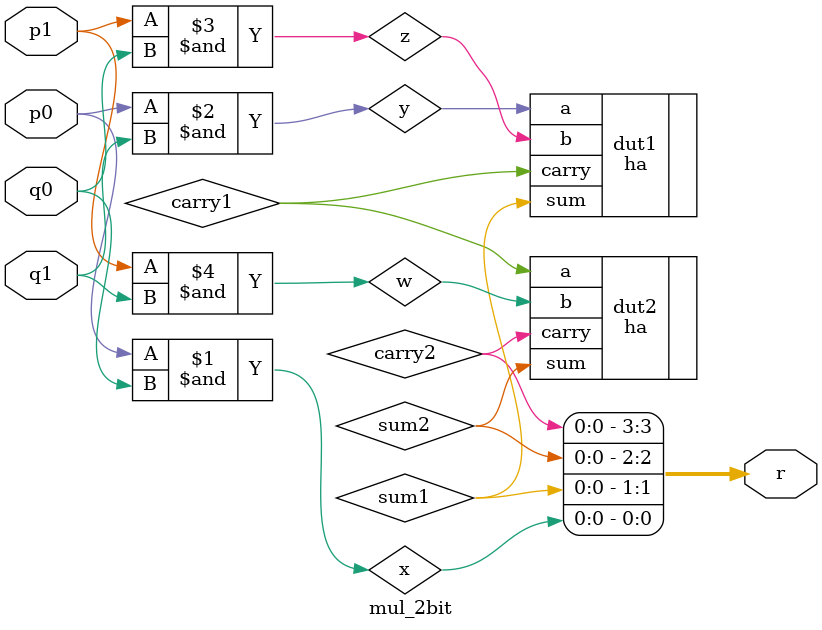
<source format=v>
module mul_2bit(r, p0, p1, q0, q1);

input p0, p1, q0, q1;
output [3:0] r;
wire x, y, z, w;
wire sum1, carry1;
wire sum2, carry2;

assign x = p0 & q0;
assign y = p0 & q1;
assign z = p1 & q0;
assign w = p1 & q1;

ha dut1(.a(y), .b(z), .sum(sum1), .carry(carry1));
ha dut2(.a(carry1), .b(w), .sum(sum2), .carry(carry2));

assign r[0] = x;
assign r[1] = sum1;
assign r[2] = sum2;
assign r[3] = carry2;

endmodule
</source>
